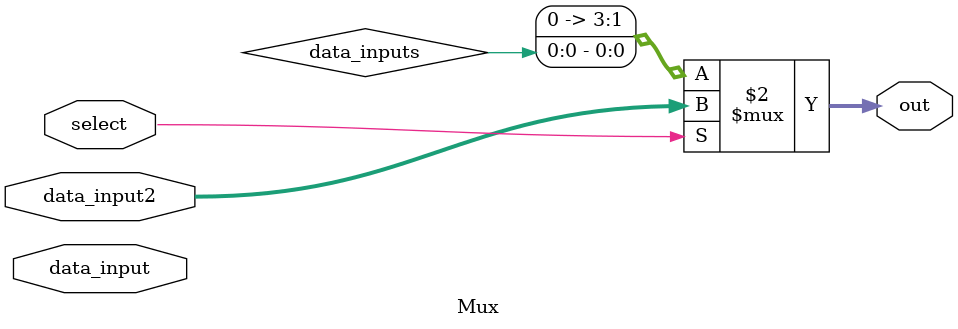
<source format=sv>
module Mux #(
    parameter int N = 4 // Number of data inputs,
)(
    input logic [N-1:0] data_input, data_input2, // Data inputs
    input logic  select, // Select input
    output logic [N-1:0] out // Output
);

    // Assign output based on select input
    assign out = select ? data_input2 : data_inputs; 

endmodule

</source>
